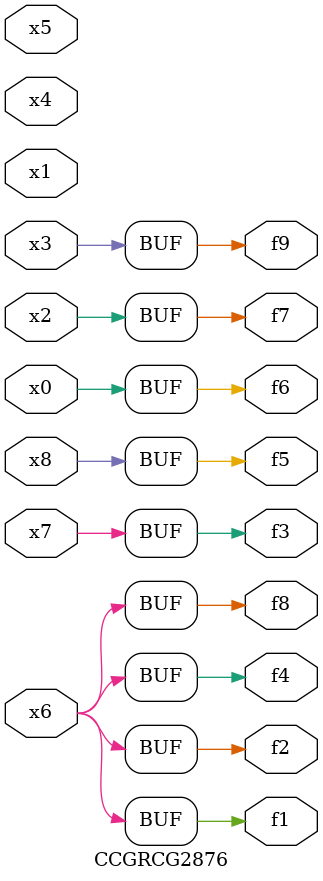
<source format=v>
module CCGRCG2876(
	input x0, x1, x2, x3, x4, x5, x6, x7, x8,
	output f1, f2, f3, f4, f5, f6, f7, f8, f9
);
	assign f1 = x6;
	assign f2 = x6;
	assign f3 = x7;
	assign f4 = x6;
	assign f5 = x8;
	assign f6 = x0;
	assign f7 = x2;
	assign f8 = x6;
	assign f9 = x3;
endmodule

</source>
